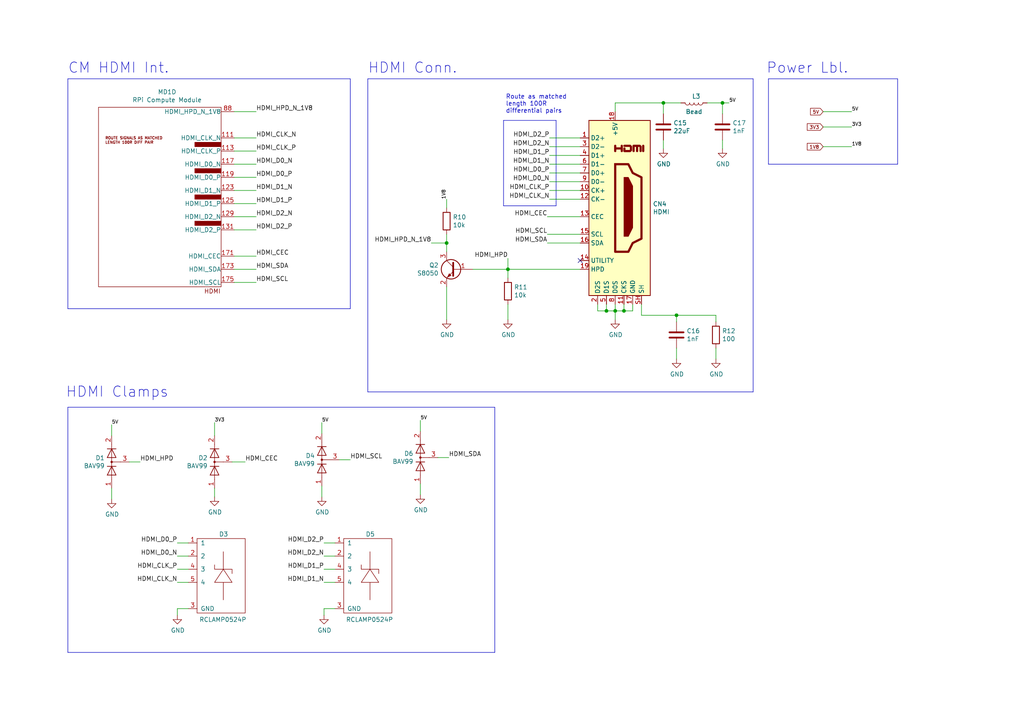
<source format=kicad_sch>
(kicad_sch (version 20230121) (generator eeschema)
  (paper "A4")
  (title_block (title "Jupiter Model A") (date "2020-05-23") (rev "0.1") (company "Francesco Ficili"))
  (lib_symbols
    (symbol "Connector:HDMI_A"
      (property "Reference" "J" (at -6.35 26.67 0))
      (property "Value" "HDMI_A" (at 10.16 26.67 0))
      (symbol "HDMI_A_0_0"
        (polyline (pts (xy 8.128 16.51) (xy 8.128 18.034)) (stroke (width 0.635)))
        (polyline (pts (xy 0 16.51) (xy 0 18.034) (xy 0 17.272) (xy 1.905 17.272) (xy 1.905 18.034) (xy 1.905 16.51)) (stroke (width 0.635)))
        (polyline (pts (xy 2.667 18.034) (xy 4.318 18.034) (xy 4.572 17.78) (xy 4.572 16.764) (xy 4.318 16.51) (xy 2.667 16.51) (xy 2.667 17.272)) (stroke (width 0.635)))
      )
      (symbol "HDMI_A_0_1"
        (rectangle (start -7.62 25.4) (end 10.16 -25.4) (stroke (width 0.254)) (fill (type background)))
        (polyline (pts (xy 2.54 8.89) (xy 3.81 8.89) (xy 5.08 6.35) (xy 5.08 -5.715) (xy 3.81 -8.255) (xy 2.54 -8.255) (xy 2.54 8.89)) (fill (type outline)))
        (polyline (pts (xy 5.334 16.51) (xy 5.334 18.034) (xy 6.35 18.034) (xy 6.35 16.51) (xy 6.35 18.034) (xy 7.112 18.034) (xy 7.366 17.78) (xy 7.366 16.51)) (stroke (width 0.635)))
        (polyline (pts (xy 0 12.7) (xy 0 -12.7) (xy 3.81 -12.7) (xy 5.08 -10.16) (xy 7.62 -8.89) (xy 7.62 8.89) (xy 5.08 10.16) (xy 3.81 12.7) (xy 0 12.7)) (stroke (width 0.635)))
      )
      (symbol "HDMI_A_1_1"
        (pin passive line (at -10.16 20.32 0) (length 2.54) (name "D2+") (number "1"))
        (pin passive line (at -10.16 5.08 0) (length 2.54) (name "CK+") (number "10"))
        (pin power_in line (at 2.54 -27.94 90) (length 2.54) (name "CKS") (number "11"))
        (pin passive line (at -10.16 2.54 0) (length 2.54) (name "CK-") (number "12"))
        (pin bidirectional line (at -10.16 -2.54 0) (length 2.54) (name "CEC") (number "13"))
        (pin passive line (at -10.16 -15.24 0) (length 2.54) (name "UTILITY") (number "14"))
        (pin passive line (at -10.16 -7.62 0) (length 2.54) (name "SCL") (number "15"))
        (pin bidirectional line (at -10.16 -10.16 0) (length 2.54) (name "SDA") (number "16"))
        (pin power_in line (at 5.08 -27.94 90) (length 2.54) (name "GND") (number "17"))
        (pin power_in line (at 0 27.94 270) (length 2.54) (name "+5V") (number "18"))
        (pin passive line (at -10.16 -17.78 0) (length 2.54) (name "HPD") (number "19"))
        (pin power_in line (at -5.08 -27.94 90) (length 2.54) (name "D2S") (number "2"))
        (pin passive line (at -10.16 17.78 0) (length 2.54) (name "D2-") (number "3"))
        (pin passive line (at -10.16 15.24 0) (length 2.54) (name "D1+") (number "4"))
        (pin power_in line (at -2.54 -27.94 90) (length 2.54) (name "D1S") (number "5"))
        (pin passive line (at -10.16 12.7 0) (length 2.54) (name "D1-") (number "6"))
        (pin passive line (at -10.16 10.16 0) (length 2.54) (name "D0+") (number "7"))
        (pin power_in line (at 0 -27.94 90) (length 2.54) (name "D0S") (number "8"))
        (pin passive line (at -10.16 7.62 0) (length 2.54) (name "D0-") (number "9"))
        (pin passive line (at 7.62 -27.94 90) (length 2.54) (name "SH") (number "SH"))
      )
    )
    (symbol "Device:C" (pin_numbers hide) (pin_names (offset 0.254))
      (property "Reference" "C" (at 0.635 2.54 0))
      (property "Value" "C" (at 0.635 -2.54 0))
      (symbol "C_0_1"
        (polyline (pts (xy -2.032 -0.762) (xy 2.032 -0.762)) (stroke (width 0.508)))
        (polyline (pts (xy -2.032 0.762) (xy 2.032 0.762)) (stroke (width 0.508)))
      )
      (symbol "C_1_1"
        (pin passive line (at 0 3.81 270) (length 2.794) (name "~") (number "1"))
        (pin passive line (at 0 -3.81 90) (length 2.794) (name "~") (number "2"))
      )
    )
    (symbol "Device:L" (pin_numbers hide) (pin_names (offset 1.016) hide)
      (property "Reference" "L" (at -1.27 0 90))
      (property "Value" "L" (at 1.905 0 90))
      (symbol "L_0_1"
        (arc (start 0 -2.54) (mid 0.6323 -1.905) (end 0 -1.27))
        (arc (start 0 -1.27) (mid 0.6323 -0.635) (end 0 0))
        (arc (start 0 0) (mid 0.6323 0.635) (end 0 1.27))
        (arc (start 0 1.27) (mid 0.6323 1.905) (end 0 2.54))
      )
      (symbol "L_1_1"
        (pin passive line (at 0 3.81 270) (length 1.27) (name "1") (number "1"))
        (pin passive line (at 0 -3.81 90) (length 1.27) (name "2") (number "2"))
      )
    )
    (symbol "Device:Q_NPN_BEC" (pin_names (offset 0) hide)
      (property "Reference" "Q" (at 5.08 1.27 0))
      (property "Value" "Q_NPN_BEC" (at 5.08 -1.27 0))
      (symbol "Q_NPN_BEC_0_1"
        (polyline (pts (xy 0.635 0.635) (xy 2.54 2.54)))
        (polyline (pts (xy 0.635 -0.635) (xy 2.54 -2.54) (xy 2.54 -2.54)))
        (polyline (pts (xy 0.635 1.905) (xy 0.635 -1.905) (xy 0.635 -1.905)) (stroke (width 0.508)))
        (polyline (pts (xy 1.27 -1.778) (xy 1.778 -1.27) (xy 2.286 -2.286) (xy 1.27 -1.778) (xy 1.27 -1.778)) (fill (type outline)))
        (circle (center 1.27 0) (radius 2.8194) (stroke (width 0.254)))
      )
      (symbol "Q_NPN_BEC_1_1"
        (pin input line (at -5.08 0 0) (length 5.715) (name "B") (number "1"))
        (pin passive line (at 2.54 -5.08 90) (length 2.54) (name "E") (number "2"))
        (pin passive line (at 2.54 5.08 270) (length 2.54) (name "C") (number "3"))
      )
    )
    (symbol "Device:R" (pin_numbers hide) (pin_names (offset 0))
      (property "Reference" "R" (at 2.032 0 90))
      (property "Value" "R" (at 0 0 90))
      (symbol "R_0_1"
        (rectangle (start -1.016 -2.54) (end 1.016 2.54) (stroke (width 0.254)))
      )
      (symbol "R_1_1"
        (pin passive line (at 0 3.81 270) (length 1.27) (name "~") (number "1"))
        (pin passive line (at 0 -3.81 90) (length 1.27) (name "~") (number "2"))
      )
    )
    (symbol "Diode:BAV99" (pin_names hide)
      (property "Reference" "D" (at 0 5.08 0))
      (property "Value" "BAV99" (at 0 2.54 0))
      (symbol "BAV99_0_1"
        (polyline (pts (xy -5.08 0) (xy 5.08 0)))
      )
      (symbol "BAV99_1_1"
        (polyline (pts (xy 0 0) (xy 0 -2.54)))
        (polyline (pts (xy -1.27 -1.27) (xy -1.27 1.27) (xy -1.27 1.27)) (stroke (width 0.2032)))
        (polyline (pts (xy 3.81 1.27) (xy 3.81 -1.27) (xy 3.81 -1.27)) (stroke (width 0.2032)))
        (polyline (pts (xy -3.81 1.27) (xy -1.27 0) (xy -3.81 -1.27) (xy -3.81 1.27) (xy -3.81 1.27) (xy -3.81 1.27)) (stroke (width 0.2032)))
        (polyline (pts (xy 1.27 1.27) (xy 3.81 0) (xy 1.27 -1.27) (xy 1.27 1.27) (xy 1.27 1.27) (xy 1.27 1.27)) (stroke (width 0.2032)))
        (circle (center 0 0) (radius 0.254) (fill (type outline)))
        (pin passive line (at -7.62 0 0) (length 2.54) (name "K") (number "1"))
        (pin passive line (at 7.62 0 180) (length 2.54) (name "A") (number "2"))
        (pin passive line (at 0 -5.08 90) (length 2.54) (name "K") (number "3"))
      )
    )
    (symbol "Jupiter-rescue:Board_RPi_CM3lite_200pConnector_multipart-RPi_CM" (pin_names (offset 0.0254))
      (property "Reference" "MD" (at -15.24 -86.36 0))
      (property "Value" "RPi_CM_Board_RPi_CM3lite_200pConnector_multipart" (at 0 87.63 0))
      (symbol "Board_RPi_CM3lite_200pConnector_multipart-RPi_CM_1_0"
        (text "PWR" (at 15.24 -86.36 0) (effects (font (size 1.27 1.27))))
      )
      (symbol "Board_RPi_CM3lite_200pConnector_multipart-RPi_CM_1_1"
        (rectangle (start -17.78 85.09) (end 17.78 -85.09))
        (pin input line (at -21.59 -26.67 0) (length 3.81) (name "GND") (number "1"))
        (pin input line (at 21.59 19.05 180) (length 3.81) (name "GND") (number "103"))
        (pin input line (at 21.59 15.24 180) (length 3.81) (name "GND") (number "104"))
        (pin input line (at 21.59 11.43 180) (length 3.81) (name "GND") (number "109"))
        (pin input line (at 21.59 7.62 180) (length 3.81) (name "GND") (number "110"))
        (pin input line (at 21.59 3.81 180) (length 3.81) (name "GND") (number "115"))
        (pin input line (at 21.59 0 180) (length 3.81) (name "GND") (number "116"))
        (pin input line (at 21.59 -3.81 180) (length 3.81) (name "GND") (number "121"))
        (pin input line (at 21.59 -7.62 180) (length 3.81) (name "GND") (number "122"))
        (pin input line (at 21.59 -11.43 180) (length 3.81) (name "GND") (number "127"))
        (pin input line (at -21.59 -38.1 0) (length 3.81) (name "GND") (number "13"))
        (pin input line (at 21.59 -19.05 180) (length 3.81) (name "GND") (number "133"))
        (pin input line (at 21.59 -15.24 180) (length 3.81) (name "GND") (number "134"))
        (pin input line (at 21.59 -26.67 180) (length 3.81) (name "GND") (number "139"))
        (pin input line (at -21.59 -41.91 0) (length 3.81) (name "GND") (number "14"))
        (pin input line (at 21.59 -22.86 180) (length 3.81) (name "GND") (number "140"))
        (pin input line (at 21.59 -34.29 180) (length 3.81) (name "GND") (number "145"))
        (pin input line (at 21.59 -30.48 180) (length 3.81) (name "GND") (number "146"))
        (pin input line (at 21.59 -41.91 180) (length 3.81) (name "GND") (number "151"))
        (pin input line (at 21.59 -38.1 180) (length 3.81) (name "GND") (number "152"))
        (pin input line (at 21.59 -49.53 180) (length 3.81) (name "GND") (number "157"))
        (pin input line (at 21.59 -57.15 180) (length 3.81) (name "GND") (number "163"))
        (pin input line (at 21.59 -45.72 180) (length 3.81) (name "GND") (number "164"))
        (pin input line (at 21.59 -60.96 180) (length 3.81) (name "GND") (number "169"))
        (pin input line (at 21.59 -53.34 180) (length 3.81) (name "GND") (number "170"))
        (pin input line (at -21.59 83.82 0) (length 3.81) (name "RUN") (number "177"))
        (pin no_connect line (at -21.59 80.01 0) (length 3.81) hide (name "VDD_CORE") (number "179"))
        (pin input line (at 21.59 -64.77 180) (length 3.81) (name "GND") (number "181"))
        (pin input line (at 21.59 -68.58 180) (length 3.81) (name "GND") (number "182"))
        (pin input line (at -21.59 64.77 0) (length 3.81) (name "1V8") (number "183"))
        (pin input line (at -21.59 60.96 0) (length 3.81) (name "1V8") (number "184"))
        (pin input line (at -21.59 57.15 0) (length 3.81) (name "1V8") (number "185"))
        (pin input line (at -21.59 53.34 0) (length 3.81) (name "1V8") (number "186"))
        (pin input line (at 21.59 -72.39 180) (length 3.81) (name "GND") (number "187"))
        (pin input line (at 21.59 -76.2 180) (length 3.81) (name "GND") (number "188"))
        (pin input line (at -21.59 7.62 0) (length 3.81) (name "VDAC") (number "189"))
        (pin input line (at -21.59 -45.72 0) (length 3.81) (name "GND") (number "19"))
        (pin input line (at -21.59 3.81 0) (length 3.81) (name "VDAC") (number "190"))
        (pin input line (at -21.59 45.72 0) (length 3.81) (name "3V3") (number "191"))
        (pin input line (at -21.59 41.91 0) (length 3.81) (name "3V3") (number "192"))
        (pin input line (at -21.59 38.1 0) (length 3.81) (name "3V3") (number "193"))
        (pin input line (at -21.59 34.29 0) (length 3.81) (name "3V3") (number "194"))
        (pin input line (at 21.59 -80.01 180) (length 3.81) (name "GND") (number "195"))
        (pin input line (at 21.59 -83.82 180) (length 3.81) (name "GND") (number "196"))
        (pin input line (at -21.59 26.67 0) (length 3.81) (name "VBAT") (number "197"))
        (pin input line (at -21.59 22.86 0) (length 3.81) (name "VBAT") (number "198"))
        (pin input line (at -21.59 19.05 0) (length 3.81) (name "VBAT") (number "199"))
        (pin input line (at -21.59 76.2 0) (length 3.81) (name "EMMC_DISABLE_N") (number "2"))
        (pin input line (at -21.59 -49.53 0) (length 3.81) (name "GND") (number "20"))
        (pin input line (at -21.59 15.24 0) (length 3.81) (name "VBAT") (number "200"))
        (pin input line (at -21.59 -53.34 0) (length 3.81) (name "GND") (number "25"))
        (pin input line (at -21.59 -57.15 0) (length 3.81) (name "GND") (number "26"))
        (pin input line (at -21.59 -60.96 0) (length 3.81) (name "GND") (number "31"))
        (pin input line (at -21.59 -64.77 0) (length 3.81) (name "GND") (number "32"))
        (pin input line (at -21.59 -68.58 0) (length 3.81) (name "GND") (number "37"))
        (pin input line (at -21.59 -72.39 0) (length 3.81) (name "GND") (number "38"))
        (pin input line (at -21.59 -3.81 0) (length 3.81) (name "GPIO0-27_VDD") (number "39"))
        (pin input line (at -21.59 -7.62 0) (length 3.81) (name "GPIO0-27_VDD") (number "40"))
        (pin input line (at -21.59 -11.43 0) (length 3.81) (name "GPIO28-45_VDD") (number "41"))
        (pin input line (at -21.59 -15.24 0) (length 3.81) (name "GPIO28-45_VDD") (number "42"))
        (pin input line (at -21.59 -76.2 0) (length 3.81) (name "GND") (number "43"))
        (pin input line (at -21.59 -80.01 0) (length 3.81) (name "GND") (number "44"))
        (pin input line (at -21.59 -83.82 0) (length 3.81) (name "GND") (number "49"))
        (pin input line (at 21.59 83.82 180) (length 3.81) (name "GND") (number "50"))
        (pin input line (at 21.59 80.01 180) (length 3.81) (name "GND") (number "55"))
        (pin input line (at 21.59 76.2 180) (length 3.81) (name "GND") (number "56"))
        (pin input line (at 21.59 72.39 180) (length 3.81) (name "GND") (number "61"))
        (pin input line (at 21.59 68.58 180) (length 3.81) (name "GND") (number "62"))
        (pin input line (at 21.59 64.77 180) (length 3.81) (name "GND") (number "67"))
        (pin input line (at 21.59 60.96 180) (length 3.81) (name "GND") (number "68"))
        (pin input line (at -21.59 -30.48 0) (length 3.81) (name "GND") (number "7"))
        (pin input line (at 21.59 57.15 180) (length 3.81) (name "GND") (number "73"))
        (pin input line (at 21.59 53.34 180) (length 3.81) (name "GND") (number "74"))
        (pin input line (at 21.59 49.53 180) (length 3.81) (name "GND") (number "79"))
        (pin input line (at -21.59 -34.29 0) (length 3.81) (name "GND") (number "8"))
        (pin input line (at 21.59 45.72 180) (length 3.81) (name "GND") (number "80"))
        (pin input line (at 21.59 41.91 180) (length 3.81) (name "GND") (number "85"))
        (pin input line (at 21.59 38.1 180) (length 3.81) (name "GND") (number "86"))
        (pin input line (at -21.59 72.39 0) (length 3.81) (name "EMMC_EN_N_1V8") (number "90"))
        (pin input line (at 21.59 34.29 180) (length 3.81) (name "GND") (number "91"))
        (pin input line (at 21.59 30.48 180) (length 3.81) (name "GND") (number "92"))
        (pin input line (at 21.59 26.67 180) (length 3.81) (name "GND") (number "97"))
        (pin input line (at 21.59 22.86 180) (length 3.81) (name "GND") (number "98"))
      )
      (symbol "Board_RPi_CM3lite_200pConnector_multipart-RPi_CM_2_0"
        (rectangle (start 10.16 2.54) (end 17.78 1.27) (fill (type outline)))
        (text "LENGTH 90R DIFF PAIR" (at -15.875 1.27 0) (effects (font (size 0.762 0.762)) (justify left)))
        (text "ROUTE SIGNALS AS MATCHED" (at -15.875 2.54 0) (effects (font (size 0.762 0.762)) (justify left)))
        (text "USB" (at 15.24 -6.35 0) (effects (font (size 1.27 1.27))))
      )
      (symbol "Board_RPi_CM3lite_200pConnector_multipart-RPi_CM_2_1"
        (rectangle (start -17.78 5.08) (end 17.78 -5.08))
        (pin input line (at 21.59 3.81 180) (length 3.81) (name "USB_DP") (number "165"))
        (pin input line (at 21.59 0 180) (length 3.81) (name "USB_DM") (number "167"))
        (pin input line (at 21.59 -3.81 180) (length 3.81) (name "USB_OTGID") (number "168"))
      )
      (symbol "Board_RPi_CM3lite_200pConnector_multipart-RPi_CM_3_0"
        (rectangle (start -17.78 31.75) (end 17.78 -31.75))
        (rectangle (start 10.16 -27.94) (end 17.78 -29.21) (fill (type outline)))
        (rectangle (start 10.16 -20.32) (end 17.78 -21.59) (fill (type outline)))
        (rectangle (start 10.16 -12.7) (end 17.78 -13.97) (fill (type outline)))
        (rectangle (start 10.16 -5.08) (end 17.78 -6.35) (fill (type outline)))
        (rectangle (start 10.16 2.54) (end 17.78 1.27) (fill (type outline)))
        (rectangle (start 10.16 13.97) (end 17.78 12.7) (fill (type outline)))
        (rectangle (start 10.16 21.59) (end 17.78 20.32) (fill (type outline)))
        (rectangle (start 10.16 29.21) (end 17.78 27.94) (fill (type outline)))
        (text "CAM" (at 15.24 -33.02 0) (effects (font (size 1.27 1.27))))
        (text "LENGTH 100R DIFF PAIR" (at -15.875 27.94 0) (effects (font (size 0.762 0.762)) (justify left)))
        (text "ROUTE SIGNALS AS MATCHED" (at -15.875 29.21 0) (effects (font (size 0.762 0.762)) (justify left)))
      )
      (symbol "Board_RPi_CM3lite_200pConnector_multipart-RPi_CM_3_1"
        (pin input line (at 21.59 -26.67 180) (length 3.81) (name "CAM1_DP3") (number "135"))
        (pin input line (at 21.59 22.86 180) (length 3.81) (name "CAM0_DP0") (number "136"))
        (pin input line (at 21.59 -30.48 180) (length 3.81) (name "CAM1_DN3") (number "137"))
        (pin input line (at 21.59 19.05 180) (length 3.81) (name "CAM0_DN0") (number "138"))
        (pin input line (at 21.59 -19.05 180) (length 3.81) (name "CAM1_DP2") (number "141"))
        (pin input line (at 21.59 30.48 180) (length 3.81) (name "CAM0_CP") (number "142"))
        (pin input line (at 21.59 -22.86 180) (length 3.81) (name "CAM1_DN2") (number "143"))
        (pin input line (at 21.59 26.67 180) (length 3.81) (name "CAM0_CN") (number "144"))
        (pin input line (at 21.59 3.81 180) (length 3.81) (name "CAM1_CP") (number "147"))
        (pin input line (at 21.59 15.24 180) (length 3.81) (name "CAM0_DP1") (number "148"))
        (pin input line (at 21.59 0 180) (length 3.81) (name "CAM1_CN") (number "149"))
        (pin input line (at 21.59 11.43 180) (length 3.81) (name "CAM0_DN1") (number "150"))
        (pin input line (at 21.59 -11.43 180) (length 3.81) (name "CAM1_DP1") (number "153"))
        (pin input line (at 21.59 -15.24 180) (length 3.81) (name "CAM1_DN1") (number "155"))
        (pin input line (at 21.59 -3.81 180) (length 3.81) (name "CAM1_DP0") (number "159"))
        (pin input line (at 21.59 -7.62 180) (length 3.81) (name "CAM1_DN0") (number "161"))
      )
      (symbol "Board_RPi_CM3lite_200pConnector_multipart-RPi_CM_4_0"
        (rectangle (start -17.78 27.94) (end 17.78 -24.13))
        (rectangle (start 10.16 -5.08) (end 17.78 -6.35) (fill (type outline)))
        (rectangle (start 10.16 2.54) (end 17.78 1.27) (fill (type outline)))
        (rectangle (start 10.16 10.16) (end 17.78 8.89) (fill (type outline)))
        (rectangle (start 10.16 17.78) (end 17.78 16.51) (fill (type outline)))
        (text "HDMI" (at 15.24 -25.4 0) (effects (font (size 1.27 1.27))))
        (text "LENGTH 100R DIFF PAIR" (at -15.875 17.78 0) (effects (font (size 0.762 0.762)) (justify left)))
        (text "ROUTE SIGNALS AS MATCHED" (at -15.875 19.05 0) (effects (font (size 0.762 0.762)) (justify left)))
      )
      (symbol "Board_RPi_CM3lite_200pConnector_multipart-RPi_CM_4_1"
        (pin input line (at 21.59 19.05 180) (length 3.81) (name "HDMI_CLK_N") (number "111"))
        (pin input line (at 21.59 15.24 180) (length 3.81) (name "HDMI_CLK_P") (number "113"))
        (pin input line (at 21.59 11.43 180) (length 3.81) (name "HDMI_D0_N") (number "117"))
        (pin input line (at 21.59 7.62 180) (length 3.81) (name "HDMI_D0_P") (number "119"))
        (pin input line (at 21.59 3.81 180) (length 3.81) (name "HDMI_D1_N") (number "123"))
        (pin input line (at 21.59 0 180) (length 3.81) (name "HDMI_D1_P") (number "125"))
        (pin input line (at 21.59 -3.81 180) (length 3.81) (name "HDMI_D2_N") (number "129"))
        (pin input line (at 21.59 -7.62 180) (length 3.81) (name "HDMI_D2_P") (number "131"))
        (pin input line (at 21.59 -15.24 180) (length 3.81) (name "HDMI_CEC") (number "171"))
        (pin input line (at 21.59 -19.05 180) (length 3.81) (name "HDMI_SDA") (number "173"))
        (pin input line (at 21.59 -22.86 180) (length 3.81) (name "HDMI_SCL") (number "175"))
        (pin input line (at 21.59 26.67 180) (length 3.81) (name "HDMI_HPD_N_1V8") (number "88"))
      )
      (symbol "Board_RPi_CM3lite_200pConnector_multipart-RPi_CM_5_0"
        (rectangle (start -17.78 2.54) (end -10.16 1.27) (fill (type outline)))
        (rectangle (start -17.78 10.16) (end -10.16 8.89) (fill (type outline)))
        (rectangle (start -17.78 17.78) (end -10.16 16.51) (fill (type outline)))
        (rectangle (start -17.78 20.32) (end 17.78 -17.78))
        (rectangle (start 10.16 -12.7) (end 17.78 -13.97) (fill (type outline)))
        (rectangle (start 10.16 -5.08) (end 17.78 -6.35) (fill (type outline)))
        (rectangle (start 10.16 2.54) (end 17.78 1.27) (fill (type outline)))
        (rectangle (start 10.16 10.16) (end 17.78 8.89) (fill (type outline)))
        (rectangle (start 10.16 17.78) (end 17.78 16.51) (fill (type outline)))
        (text "DSI" (at 15.24 -19.05 0) (effects (font (size 1.27 1.27))))
        (text "LENGTH 100R DIFF PAIR" (at -15.875 -15.24 0) (effects (font (size 0.762 0.762)) (justify left)))
        (text "ROUTE SIGNALS AS MATCHED" (at -15.875 -13.97 0) (effects (font (size 0.762 0.762)) (justify left)))
      )
      (symbol "Board_RPi_CM3lite_200pConnector_multipart-RPi_CM_5_1"
        (pin input line (at 21.59 19.05 180) (length 3.81) (name "DSI1_CP") (number "100"))
        (pin input line (at -21.59 0 0) (length 3.81) (name "DSI0_DP0") (number "101"))
        (pin input line (at 21.59 15.24 180) (length 3.81) (name "DSI1_CN") (number "102"))
        (pin input line (at -21.59 19.05 0) (length 3.81) (name "DSI0_CN") (number "105"))
        (pin input line (at 21.59 -11.43 180) (length 3.81) (name "DSI1_DP3") (number "106"))
        (pin input line (at -21.59 15.24 0) (length 3.81) (name "DSI0_CP") (number "107"))
        (pin input line (at 21.59 -15.24 180) (length 3.81) (name "DSI1_DN3") (number "108"))
        (pin input line (at 21.59 -3.81 180) (length 3.81) (name "DSI1_DP2") (number "112"))
        (pin input line (at 21.59 -7.62 180) (length 3.81) (name "DSI1_DN2") (number "114"))
        (pin input line (at 21.59 3.81 180) (length 3.81) (name "DSI1_DP1") (number "118"))
        (pin input line (at 21.59 0 180) (length 3.81) (name "DSI1_DN1") (number "120"))
        (pin input line (at -21.59 11.43 0) (length 3.81) (name "DSI0_DN1") (number "93"))
        (pin input line (at 21.59 11.43 180) (length 3.81) (name "DSI1_DP0") (number "94"))
        (pin input line (at -21.59 7.62 0) (length 3.81) (name "DSI0_DP1") (number "95"))
        (pin input line (at 21.59 7.62 180) (length 3.81) (name "DSI1_DN0") (number "96"))
        (pin input line (at -21.59 3.81 0) (length 3.81) (name "DSI0_DN0") (number "99"))
      )
      (symbol "Board_RPi_CM3lite_200pConnector_multipart-RPi_CM_6_0"
        (rectangle (start -17.78 43.18) (end 17.78 -43.18))
        (text "DOWNS TO AVOID FLOATING" (at 1.905 -40.005 0) (effects (font (size 0.762 0.762))))
        (text "DOWNS TO AVOID FLOATING" (at 1.905 20.955 0) (effects (font (size 0.762 0.762))))
        (text "GPIO" (at 15.24 -44.45 0) (effects (font (size 1.27 1.27))))
        (text "GPIO 28, 29 NEED 100k PULL" (at 1.905 22.225 0) (effects (font (size 0.762 0.762))))
        (text "GPIO 44, 45 NEED 100k PULL" (at 1.905 -38.735 0) (effects (font (size 0.762 0.762))))
      )
      (symbol "Board_RPi_CM3lite_200pConnector_multipart-RPi_CM_6_1"
        (pin input line (at -21.59 30.48 0) (length 3.81) (name "GPIO3") (number "11"))
        (pin input line (at -21.59 26.67 0) (length 3.81) (name "GPIO4") (number "15"))
        (pin input line (at -21.59 22.86 0) (length 3.81) (name "GPIO5") (number "17"))
        (pin input line (at -21.59 19.05 0) (length 3.81) (name "GPIO6") (number "21"))
        (pin input line (at -21.59 15.24 0) (length 3.81) (name "GPIO7") (number "23"))
        (pin input line (at -21.59 11.43 0) (length 3.81) (name "GPIO8") (number "27"))
        (pin input line (at 21.59 22.86 180) (length 3.81) (name "GPIO28") (number "28"))
        (pin input line (at -21.59 7.62 0) (length 3.81) (name "GPIO9") (number "29"))
        (pin input line (at -21.59 41.91 0) (length 3.81) (name "GPIO0") (number "3"))
        (pin input line (at 21.59 19.05 180) (length 3.81) (name "GPIO29") (number "30"))
        (pin input line (at -21.59 3.81 0) (length 3.81) (name "GPIO10") (number "33"))
        (pin input line (at 21.59 15.24 180) (length 3.81) (name "GPIO30") (number "34"))
        (pin input line (at -21.59 0 0) (length 3.81) (name "GPIO11") (number "35"))
        (pin input line (at 21.59 11.43 180) (length 3.81) (name "GPIO31") (number "36"))
        (pin input line (at -21.59 -3.81 0) (length 3.81) (name "GPIO12") (number "45"))
        (pin input line (at 21.59 7.62 180) (length 3.81) (name "GPIO32") (number "46"))
        (pin input line (at -21.59 -7.62 0) (length 3.81) (name "GPIO13") (number "47"))
        (pin input line (at 21.59 3.81 180) (length 3.81) (name "GPIO33") (number "48"))
        (pin input line (at -21.59 38.1 0) (length 3.81) (name "GPIO1") (number "5"))
        (pin input line (at -21.59 -11.43 0) (length 3.81) (name "GPIO14") (number "51"))
        (pin input line (at 21.59 0 180) (length 3.81) (name "GPIO34") (number "52"))
        (pin input line (at -21.59 -15.24 0) (length 3.81) (name "GPIO15") (number "53"))
        (pin input line (at 21.59 -3.81 180) (length 3.81) (name "GPIO35") (number "54"))
        (pin input line (at -21.59 -19.05 0) (length 3.81) (name "GPIO16") (number "57"))
        (pin input line (at 21.59 -7.62 180) (length 3.81) (name "GPIO36") (number "58"))
        (pin input line (at -21.59 -22.86 0) (length 3.81) (name "GPIO17") (number "59"))
        (pin input line (at 21.59 -11.43 180) (length 3.81) (name "GPIO37") (number "60"))
        (pin input line (at -21.59 -26.67 0) (length 3.81) (name "GPIO18") (number "63"))
        (pin input line (at 21.59 -15.24 180) (length 3.81) (name "GPIO38") (number "64"))
        (pin input line (at -21.59 -30.48 0) (length 3.81) (name "GPIO19") (number "65"))
        (pin input line (at 21.59 -19.05 180) (length 3.81) (name "GPIO39") (number "66"))
        (pin input line (at -21.59 -34.29 0) (length 3.81) (name "GPIO20") (number "69"))
        (pin input line (at 21.59 -22.86 180) (length 3.81) (name "GPIO40") (number "70"))
        (pin input line (at -21.59 -38.1 0) (length 3.81) (name "GPIO21") (number "71"))
        (pin input line (at 21.59 -26.67 180) (length 3.81) (name "GPIO41") (number "72"))
        (pin input line (at -21.59 -41.91 0) (length 3.81) (name "GPIO22") (number "75"))
        (pin input line (at 21.59 -30.48 180) (length 3.81) (name "GPIO42") (number "76"))
        (pin input line (at 21.59 41.91 180) (length 3.81) (name "GPIO23") (number "77"))
        (pin input line (at 21.59 -34.29 180) (length 3.81) (name "GPIO43") (number "78"))
        (pin input line (at 21.59 38.1 180) (length 3.81) (name "GPIO24") (number "81"))
        (pin input line (at 21.59 -38.1 180) (length 3.81) (name "GPIO44") (number "82"))
        (pin input line (at 21.59 34.29 180) (length 3.81) (name "GPIO25") (number "83"))
        (pin input line (at 21.59 -41.91 180) (length 3.81) (name "GPIO45") (number "84"))
        (pin input line (at 21.59 30.48 180) (length 3.81) (name "GPIO26") (number "87"))
        (pin input line (at 21.59 26.67 180) (length 3.81) (name "GPIO27") (number "89"))
        (pin input line (at -21.59 34.29 0) (length 3.81) (name "GPIO2") (number "9"))
      )
      (symbol "Board_RPi_CM3lite_200pConnector_multipart-RPi_CM_7_0"
        (rectangle (start -17.78 27.94) (end 17.78 -24.13))
        (text "MISC" (at 15.24 -25.4 0) (effects (font (size 1.27 1.27))))
      )
      (symbol "Board_RPi_CM3lite_200pConnector_multipart-RPi_CM_7_1"
        (pin no_connect line (at 21.59 -3.81 180) (length 3.81) (name "SDX_CLK") (number "10"))
        (pin no_connect line (at 21.59 -7.62 180) (length 3.81) (name "SDX_CMD") (number "12"))
        (pin no_connect line (at -21.59 11.43 0) (length 3.81) hide (name "NC") (number "124"))
        (pin no_connect line (at -21.59 7.62 0) (length 3.81) hide (name "NC") (number "126"))
        (pin no_connect line (at -21.59 3.81 0) (length 3.81) hide (name "NC") (number "128"))
        (pin no_connect line (at -21.59 0 0) (length 3.81) hide (name "NC") (number "130"))
        (pin no_connect line (at -21.59 -3.81 0) (length 3.81) hide (name "NC") (number "132"))
        (pin no_connect line (at -21.59 -7.62 0) (length 3.81) hide (name "NC") (number "154"))
        (pin no_connect line (at -21.59 -11.43 0) (length 3.81) hide (name "NC") (number "156"))
        (pin no_connect line (at -21.59 -15.24 0) (length 3.81) hide (name "NC") (number "158"))
        (pin no_connect line (at 21.59 -11.43 180) (length 3.81) (name "SDX_D0") (number "16"))
        (pin no_connect line (at -21.59 -19.05 0) (length 3.81) hide (name "NC") (number "160"))
        (pin no_connect line (at -21.59 -22.86 0) (length 3.81) hide (name "NC") (number "162"))
        (pin input line (at -21.59 26.67 0) (length 3.81) (name "TVDAC") (number "166"))
        (pin input line (at 21.59 26.67 180) (length 3.81) (name "VC_TRST_N") (number "172"))
        (pin input line (at 21.59 22.86 180) (length 3.81) (name "VC_TDI") (number "174"))
        (pin input line (at 21.59 19.05 180) (length 3.81) (name "VC_TMS") (number "176"))
        (pin input line (at 21.59 15.24 180) (length 3.81) (name "VC_TDO") (number "178"))
        (pin no_connect line (at 21.59 -15.24 180) (length 3.81) (name "SDX_D1") (number "18"))
        (pin input line (at 21.59 11.43 180) (length 3.81) (name "VC_TCK") (number "180"))
        (pin no_connect line (at 21.59 -19.05 180) (length 3.81) (name "SDX_D2") (number "22"))
        (pin no_connect line (at 21.59 -22.86 180) (length 3.81) (name "SDX_D3") (number "24"))
        (pin no_connect line (at 21.59 3.81 180) (length 3.81) (name "SDX_VDD") (number "4"))
        (pin no_connect line (at 21.59 0 180) (length 3.81) (name "SDX_VDD") (number "6"))
      )
    )
    (symbol "Jupiter-rescue:RCLAMP0524P-FF_Diodes" (pin_names (offset 1.016))
      (property "Reference" "D" (at 0 -13.97 0))
      (property "Value" "FF_Diodes_RCLAMP0524P" (at 0 10.16 0))
      (symbol "RCLAMP0524P-FF_Diodes_0_1"
        (rectangle (start -7.62 8.89) (end 6.35 -12.7))
        (polyline (pts (xy 0 0) (xy 0 5.08)))
        (polyline (pts (xy 0 0) (xy -2.54 0) (xy -2.54 1.27)))
        (polyline (pts (xy 0 0) (xy 2.54 0) (xy 2.54 -1.27)))
        (polyline (pts (xy 0 -8.89) (xy 0 -3.81) (xy -2.54 -3.81) (xy 0 0) (xy 2.54 -3.81) (xy 0 -3.81)))
      )
      (symbol "RCLAMP0524P-FF_Diodes_1_1"
        (pin output line (at -10.16 7.62 0) (length 2.54) (name "1") (number "1"))
        (pin output line (at -10.16 3.81 0) (length 2.54) (name "2") (number "2"))
        (pin output line (at -10.16 -11.43 0) (length 2.54) (name "GND") (number "3"))
        (pin output line (at -10.16 0 0) (length 2.54) (name "3") (number "4"))
        (pin output line (at -10.16 -3.81 0) (length 2.54) (name "4") (number "5"))
      )
    )
    (symbol "power:GND" (power) (pin_names (offset 0))
      (property "Value" "GND" (at 0 -3.81 0))
      (symbol "GND_0_1"
        (polyline (pts (xy 0 0) (xy 0 -1.27) (xy 1.27 -1.27) (xy 0 -2.54) (xy -1.27 -1.27) (xy 0 -1.27)))
      )
      (symbol "GND_1_1"
        (pin power_in line (at 0 0 270) (length 0) hide (name "GND") (number "1"))
      )
    )
  )
  (junction (at 129.54 70.485))
  (junction (at 209.55 29.845))
  (junction (at 178.435 90.17))
  (junction (at 192.405 29.845))
  (junction (at 196.215 91.44))
  (junction (at 180.975 90.17))
  (junction (at 175.895 90.17))
  (junction (at 147.32 78.105))
  (no_connect (at 168.275 75.565))
  (wire (pts (xy 209.55 29.845) (xy 209.55 33.02)))
  (wire (pts (xy 209.55 29.845) (xy 211.455 29.845)))
  (wire (pts (xy 67.945 43.815) (xy 74.295 43.815)))
  (polyline (pts (xy 101.6 89.535) (xy 101.6 22.86)))
  (wire (pts (xy 147.32 78.105) (xy 168.275 78.105)))
  (wire (pts (xy 168.275 45.085) (xy 159.385 45.085)))
  (wire (pts (xy 175.895 90.17) (xy 178.435 90.17)))
  (wire (pts (xy 54.61 161.29) (xy 51.435 161.29)))
  (wire (pts (xy 67.945 74.295) (xy 74.295 74.295)))
  (wire (pts (xy 67.945 55.245) (xy 74.295 55.245)))
  (wire (pts (xy 67.945 66.675) (xy 74.295 66.675)))
  (polyline (pts (xy 146.05 34.925) (xy 146.05 59.69)))
  (wire (pts (xy 32.385 126.365) (xy 32.385 123.19)))
  (wire (pts (xy 97.155 161.29) (xy 93.98 161.29)))
  (wire (pts (xy 196.215 91.44) (xy 207.645 91.44)))
  (wire (pts (xy 168.275 40.005) (xy 159.385 40.005)))
  (wire (pts (xy 168.275 50.165) (xy 159.385 50.165)))
  (polyline (pts (xy 19.685 189.23) (xy 19.685 118.11)))
  (wire (pts (xy 168.275 57.785) (xy 159.385 57.785)))
  (wire (pts (xy 51.435 176.53) (xy 54.61 176.53)))
  (wire (pts (xy 192.405 33.02) (xy 192.405 29.845)))
  (wire (pts (xy 67.945 81.915) (xy 74.295 81.915)))
  (wire (pts (xy 97.155 165.1) (xy 93.98 165.1)))
  (polyline (pts (xy 101.6 22.86) (xy 19.685 22.86)))
  (wire (pts (xy 62.23 141.605) (xy 62.23 144.145)))
  (wire (pts (xy 67.945 32.385) (xy 74.295 32.385)))
  (polyline (pts (xy 146.05 59.69) (xy 161.29 59.69)))
  (wire (pts (xy 205.105 29.845) (xy 209.55 29.845)))
  (wire (pts (xy 173.355 90.17) (xy 175.895 90.17)))
  (wire (pts (xy 67.945 59.055) (xy 74.295 59.055)))
  (polyline (pts (xy 161.29 59.69) (xy 161.29 34.925)))
  (wire (pts (xy 54.61 157.48) (xy 51.435 157.48)))
  (wire (pts (xy 121.92 125.095) (xy 121.92 121.92)))
  (polyline (pts (xy 218.44 113.665) (xy 218.44 22.86)))
  (polyline (pts (xy 106.68 22.86) (xy 106.68 113.665)))
  (wire (pts (xy 125.095 70.485) (xy 129.54 70.485)))
  (wire (pts (xy 178.435 90.17) (xy 178.435 92.71)))
  (wire (pts (xy 238.76 42.545) (xy 247.015 42.545)))
  (wire (pts (xy 168.275 67.945) (xy 158.75 67.945)))
  (wire (pts (xy 98.425 133.35) (xy 101.6 133.35)))
  (wire (pts (xy 175.895 90.17) (xy 175.895 88.265)))
  (polyline (pts (xy 218.44 22.86) (xy 106.68 22.86)))
  (wire (pts (xy 127 132.715) (xy 130.175 132.715)))
  (wire (pts (xy 238.76 36.83) (xy 247.015 36.83)))
  (wire (pts (xy 129.54 83.185) (xy 129.54 92.71)))
  (polyline (pts (xy 19.685 22.86) (xy 19.685 89.535)))
  (wire (pts (xy 97.155 168.91) (xy 93.98 168.91)))
  (wire (pts (xy 173.355 88.265) (xy 173.355 90.17)))
  (wire (pts (xy 180.975 90.17) (xy 180.975 88.265)))
  (wire (pts (xy 67.945 78.105) (xy 74.295 78.105)))
  (wire (pts (xy 178.435 90.17) (xy 180.975 90.17)))
  (wire (pts (xy 183.515 88.265) (xy 183.515 90.17)))
  (wire (pts (xy 67.945 47.625) (xy 74.295 47.625)))
  (wire (pts (xy 168.275 70.485) (xy 158.75 70.485)))
  (wire (pts (xy 93.345 125.73) (xy 93.345 122.555)))
  (wire (pts (xy 207.645 91.44) (xy 207.645 93.345)))
  (wire (pts (xy 168.275 47.625) (xy 159.385 47.625)))
  (wire (pts (xy 67.945 40.005) (xy 74.295 40.005)))
  (wire (pts (xy 93.98 176.53) (xy 93.98 178.435)))
  (wire (pts (xy 62.23 122.555) (xy 62.23 126.365)))
  (wire (pts (xy 186.055 91.44) (xy 196.215 91.44)))
  (polyline (pts (xy 222.885 47.625) (xy 260.35 47.625)))
  (wire (pts (xy 67.945 62.865) (xy 74.295 62.865)))
  (wire (pts (xy 192.405 40.64) (xy 192.405 43.18)))
  (wire (pts (xy 37.465 133.985) (xy 40.64 133.985)))
  (polyline (pts (xy 161.29 34.925) (xy 146.05 34.925)))
  (wire (pts (xy 137.16 78.105) (xy 147.32 78.105)))
  (polyline (pts (xy 19.685 189.23) (xy 143.51 189.23)))
  (wire (pts (xy 178.435 32.385) (xy 178.435 29.845)))
  (wire (pts (xy 67.31 133.985) (xy 71.12 133.985)))
  (wire (pts (xy 168.275 52.705) (xy 159.385 52.705)))
  (polyline (pts (xy 106.68 113.665) (xy 218.44 113.665)))
  (wire (pts (xy 129.54 67.945) (xy 129.54 70.485)))
  (wire (pts (xy 207.645 104.14) (xy 207.645 100.965)))
  (wire (pts (xy 121.92 140.335) (xy 121.92 143.51)))
  (wire (pts (xy 54.61 168.91) (xy 51.435 168.91)))
  (polyline (pts (xy 19.685 118.11) (xy 143.51 118.11)))
  (polyline (pts (xy 19.685 89.535) (xy 101.6 89.535)))
  (wire (pts (xy 129.54 70.485) (xy 129.54 73.025)))
  (polyline (pts (xy 143.51 118.11) (xy 143.51 189.23)))
  (wire (pts (xy 183.515 90.17) (xy 180.975 90.17)))
  (wire (pts (xy 67.945 51.435) (xy 74.295 51.435)))
  (wire (pts (xy 168.275 42.545) (xy 159.385 42.545)))
  (wire (pts (xy 178.435 90.17) (xy 178.435 88.265)))
  (wire (pts (xy 54.61 165.1) (xy 51.435 165.1)))
  (wire (pts (xy 51.435 178.435) (xy 51.435 176.53)))
  (wire (pts (xy 93.345 140.97) (xy 93.345 144.145)))
  (wire (pts (xy 192.405 29.845) (xy 197.485 29.845)))
  (polyline (pts (xy 260.35 22.86) (xy 222.885 22.86)))
  (wire (pts (xy 147.32 78.105) (xy 147.32 80.645)))
  (wire (pts (xy 168.275 55.245) (xy 159.385 55.245)))
  (wire (pts (xy 209.55 40.64) (xy 209.55 43.18)))
  (wire (pts (xy 168.275 62.865) (xy 158.75 62.865)))
  (wire (pts (xy 196.215 100.965) (xy 196.215 104.14)))
  (wire (pts (xy 97.155 176.53) (xy 93.98 176.53)))
  (wire (pts (xy 32.385 141.605) (xy 32.385 144.78)))
  (wire (pts (xy 97.155 157.48) (xy 93.98 157.48)))
  (wire (pts (xy 238.76 32.385) (xy 247.015 32.385)))
  (wire (pts (xy 178.435 29.845) (xy 192.405 29.845)))
  (wire (pts (xy 147.32 78.105) (xy 147.32 74.93)))
  (polyline (pts (xy 222.885 22.86) (xy 222.885 47.625)))
  (wire (pts (xy 196.215 91.44) (xy 196.215 93.345)))
  (polyline (pts (xy 260.35 47.625) (xy 260.35 22.86)))
  (wire (pts (xy 129.54 60.325) (xy 129.54 57.785)))
  (wire (pts (xy 186.055 88.265) (xy 186.055 91.44)))
  (wire (pts (xy 147.32 88.265) (xy 147.32 92.71)))
  (text "Power Lbl." (at 222.25 21.59 0) (effects (font (size 2.9972 2.9972)) (justify left bottom)))
  (text "Route as matched\nlength 100R \ndifferential pairs" (at 146.685 33.02 0) (effects (font (size 1.27 1.27)) (justify left bottom)))
  (text "HDMI Conn." (at 106.68 21.59 0) (effects (font (size 2.9972 2.9972)) (justify left bottom)))
  (text "CM HDMI Int." (at 19.685 21.59 0) (effects (font (size 2.9972 2.9972)) (justify left bottom)))
  (text "HDMI Clamps" (at 19.05 115.57 0) (effects (font (size 2.9972 2.9972)) (justify left bottom)))
  (label "HDMI_D0_N" (at 74.295 47.625 0))
  (label "HDMI_D0_N" (at 159.385 52.705 180))
  (label "HDMI_CEC" (at 71.12 133.985 0))
  (label "HDMI_HPD_N_1V8" (at 74.295 32.385 0))
  (label "HDMI_SDA" (at 130.175 132.715 0))
  (label "1V8" (at 129.54 57.785 90) (effects (font (size 0.9906 0.9906))))
  (label "HDMI_D1_N" (at 74.295 55.245 0))
  (label "HDMI_HPD" (at 40.64 133.985 0))
  (label "HDMI_D2_P" (at 93.98 157.48 180))
  (label "HDMI_D1_N" (at 159.385 47.625 180))
  (label "HDMI_CLK_P" (at 51.435 165.1 180))
  (label "5V" (at 211.455 29.845 0) (effects (font (size 0.9906 0.9906))))
  (label "HDMI_D0_N" (at 51.435 161.29 180))
  (label "HDMI_CLK_N" (at 159.385 57.785 180))
  (label "HDMI_SCL" (at 74.295 81.915 0))
  (label "HDMI_D0_P" (at 159.385 50.165 180))
  (label "HDMI_D1_N" (at 93.98 168.91 180))
  (label "HDMI_D2_N" (at 159.385 42.545 180))
  (label "HDMI_D2_N" (at 93.98 161.29 180))
  (label "HDMI_D2_N" (at 74.295 62.865 0))
  (label "HDMI_CLK_P" (at 74.295 43.815 0))
  (label "HDMI_D1_P" (at 74.295 59.055 0))
  (label "3V3" (at 247.015 36.83 0) (effects (font (size 0.9906 0.9906))))
  (label "HDMI_D0_P" (at 74.295 51.435 0))
  (label "HDMI_SCL" (at 101.6 133.35 0))
  (label "HDMI_HPD" (at 147.32 74.93 180))
  (label "HDMI_CLK_P" (at 159.385 55.245 180))
  (label "HDMI_D0_P" (at 51.435 157.48 180))
  (label "HDMI_CLK_N" (at 51.435 168.91 180))
  (label "HDMI_D1_P" (at 159.385 45.085 180))
  (label "1V8" (at 247.015 42.545 0) (effects (font (size 0.9906 0.9906))))
  (label "5V" (at 121.92 121.92 0) (effects (font (size 0.9906 0.9906))))
  (label "HDMI_D2_P" (at 159.385 40.005 180))
  (label "HDMI_D2_P" (at 74.295 66.675 0))
  (label "HDMI_SDA" (at 158.75 70.485 180))
  (label "5V" (at 32.385 123.19 0) (effects (font (size 0.9906 0.9906))))
  (label "5V" (at 247.015 32.385 0) (effects (font (size 0.9906 0.9906))))
  (label "HDMI_SDA" (at 74.295 78.105 0))
  (label "3V3" (at 62.23 122.555 0) (effects (font (size 0.9906 0.9906))))
  (label "HDMI_HPD_N_1V8" (at 125.095 70.485 180))
  (label "HDMI_CEC" (at 74.295 74.295 0))
  (label "HDMI_CEC" (at 158.75 62.865 180))
  (label "HDMI_CLK_N" (at 74.295 40.005 0))
  (label "HDMI_D1_P" (at 93.98 165.1 180))
  (label "5V" (at 93.345 122.555 0) (effects (font (size 0.9906 0.9906))))
  (label "HDMI_SCL" (at 158.75 67.945 180))
  (global_label "3V3" (shape input) (at 238.76 36.83 180) (effects (font (size 0.9906 0.9906))) (property "Intersheetrefs" "${INTERSHEET_REFS}" (effects hide)))
  (global_label "1V8" (shape input) (at 238.76 42.545 180) (effects (font (size 0.9906 0.9906))) (property "Intersheetrefs" "${INTERSHEET_REFS}" (effects hide)))
  (global_label "5V" (shape input) (at 238.76 32.385 180) (effects (font (size 0.9906 0.9906))) (property "Intersheetrefs" "${INTERSHEET_REFS}" (effects hide)))
  (symbol (lib_id "Jupiter-rescue:Board_RPi_CM3lite_200pConnector_multipart-RPi_CM") (at 46.355 59.055 0) (unit 4)
    (property "Reference" "MD1" (at 48.4632 26.67 0))
    (property "Value" "RPi Compute Module" (at 48.4632 28.9814 0))
    (property "Footprint" "RPi_CM:Conn_TE-DDR2-SODIMM-0.6-200P-doublesided" (effects hide))
    (property "Datasheet" "_" (effects hide))
    (property "Manf#" "TE-DDR2-SODIMM-0.6-200P-doublesided" (effects hide))
    (property "Manf" "SODIMM 200" (effects hide))
    (property "Optn" "_" (effects hide))
  )
  (symbol (lib_id "Device:C") (at 209.55 36.83 0) (unit 1)
    (property "Reference" "C17" (at 212.471 35.6616 0) (effects (justify left)))
    (property "Value" "1nF" (at 212.471 37.973 0) (effects (justify left)))
    (property "Footprint" "Capacitor_SMD:C_0805_2012Metric" (effects hide))
    (property "Manf" "0805_C" (effects hide))
  )
  (symbol (lib_id "Device:L") (at 201.295 29.845 270) (unit 1)
    (property "Reference" "L3" (at 201.93 27.94 90))
    (property "Value" "Bead" (at 201.295 32.385 90))
    (property "Footprint" "Inductor_SMD:L_0805_2012Metric" (effects hide))
    (property "Manf" "0805_L" (effects hide))
  )
  (symbol (lib_id "power:GND") (at 192.405 43.18 0) (unit 1)
    (property "Reference" "#PWR034" (effects hide))
    (property "Value" "GND" (at 192.532 47.5742 0))
  )
  (symbol (lib_id "power:GND") (at 209.55 43.18 0) (unit 1)
    (property "Reference" "#PWR037" (effects hide))
    (property "Value" "GND" (at 209.677 47.5742 0))
  )
  (symbol (lib_id "power:GND") (at 178.435 92.71 0) (unit 1)
    (property "Reference" "#PWR033" (effects hide))
    (property "Value" "GND" (at 178.562 97.1042 0))
  )
  (symbol (lib_id "Device:C") (at 192.405 36.83 0) (unit 1)
    (property "Reference" "C15" (at 195.326 35.6616 0) (effects (justify left)))
    (property "Value" "22uF" (at 195.326 37.973 0) (effects (justify left)))
    (property "Footprint" "Capacitor_SMD:C_0805_2012Metric" (effects hide))
    (property "Manf" "0805_C" (effects hide))
  )
  (symbol (lib_id "Connector:HDMI_A") (at 178.435 60.325 0) (unit 1)
    (property "Reference" "CN4" (at 189.357 59.1566 0) (effects (justify left)))
    (property "Value" "HDMI" (at 189.357 61.468 0) (effects (justify left)))
    (property "Footprint" "FF_Connectors:HDMI_TypeA" (effects hide))
    (property "Datasheet" "https://en.wikipedia.org/wiki/HDMI" (effects hide))
    (property "Manf" "HDMI Type A Connector" (effects hide))
  )
  (symbol (lib_id "Diode:BAV99") (at 32.385 133.985 90) (unit 1)
    (property "Reference" "D1" (at 30.3784 132.8166 90) (effects (justify left)))
    (property "Value" "BAV99" (at 30.3784 135.128 90) (effects (justify left)))
    (property "Footprint" "Package_TO_SOT_SMD:SOT-23" (effects hide))
    (property "Datasheet" "https://assets.nexperia.com/documents/data-sheet/BAV99_SER.pdf" (effects hide))
    (property "Manf" "SOT-23" (effects hide))
  )
  (symbol (lib_id "Device:C") (at 196.215 97.155 0) (unit 1)
    (property "Reference" "C16" (at 199.136 95.9866 0) (effects (justify left)))
    (property "Value" "1nF" (at 199.136 98.298 0) (effects (justify left)))
    (property "Footprint" "Capacitor_SMD:C_0603_1608Metric" (effects hide))
    (property "Manf" "0603_C" (effects hide))
  )
  (symbol (lib_id "Device:R") (at 207.645 97.155 0) (unit 1)
    (property "Reference" "R12" (at 209.423 95.9866 0) (effects (justify left)))
    (property "Value" "100" (at 209.423 98.298 0) (effects (justify left)))
    (property "Footprint" "Resistor_SMD:R_0603_1608Metric" (effects hide))
    (property "Manf" "0603_R" (effects hide))
  )
  (symbol (lib_id "power:GND") (at 196.215 104.14 0) (unit 1)
    (property "Reference" "#PWR035" (effects hide))
    (property "Value" "GND" (at 196.342 108.5342 0))
  )
  (symbol (lib_id "power:GND") (at 207.645 104.14 0) (unit 1)
    (property "Reference" "#PWR036" (effects hide))
    (property "Value" "GND" (at 207.772 108.5342 0))
  )
  (symbol (lib_id "Device:R") (at 147.32 84.455 0) (unit 1)
    (property "Reference" "R11" (at 149.098 83.2866 0) (effects (justify left)))
    (property "Value" "10k" (at 149.098 85.598 0) (effects (justify left)))
    (property "Footprint" "Resistor_SMD:R_0603_1608Metric" (effects hide))
    (property "Manf" "0603_R" (effects hide))
  )
  (symbol (lib_id "power:GND") (at 129.54 92.71 0) (unit 1)
    (property "Reference" "#PWR031" (effects hide))
    (property "Value" "GND" (at 129.667 97.1042 0))
  )
  (symbol (lib_id "power:GND") (at 147.32 92.71 0) (unit 1)
    (property "Reference" "#PWR032" (effects hide))
    (property "Value" "GND" (at 147.447 97.1042 0))
  )
  (symbol (lib_id "Device:R") (at 129.54 64.135 0) (unit 1)
    (property "Reference" "R10" (at 131.318 62.9666 0) (effects (justify left)))
    (property "Value" "10k" (at 131.318 65.278 0) (effects (justify left)))
    (property "Footprint" "Resistor_SMD:R_0603_1608Metric" (effects hide))
    (property "Manf" "0603_R" (effects hide))
  )
  (symbol (lib_id "power:GND") (at 32.385 144.78 0) (unit 1)
    (property "Reference" "#PWR025" (effects hide))
    (property "Value" "GND" (at 32.512 149.1742 0))
  )
  (symbol (lib_id "Diode:BAV99") (at 62.23 133.985 90) (unit 1)
    (property "Reference" "D2" (at 60.2234 132.8166 90) (effects (justify left)))
    (property "Value" "BAV99" (at 60.2234 135.128 90) (effects (justify left)))
    (property "Footprint" "Package_TO_SOT_SMD:SOT-23" (effects hide))
    (property "Datasheet" "https://assets.nexperia.com/documents/data-sheet/BAV99_SER.pdf" (effects hide))
    (property "Manf" "SOT-23" (effects hide))
  )
  (symbol (lib_id "power:GND") (at 62.23 144.145 0) (unit 1)
    (property "Reference" "#PWR027" (effects hide))
    (property "Value" "GND" (at 62.357 148.5392 0))
  )
  (symbol (lib_id "Diode:BAV99") (at 93.345 133.35 90) (unit 1)
    (property "Reference" "D4" (at 91.3384 132.1816 90) (effects (justify left)))
    (property "Value" "BAV99" (at 91.3384 134.493 90) (effects (justify left)))
    (property "Footprint" "Package_TO_SOT_SMD:SOT-23" (effects hide))
    (property "Datasheet" "https://assets.nexperia.com/documents/data-sheet/BAV99_SER.pdf" (effects hide))
    (property "Manf" "SOT-23" (effects hide))
  )
  (symbol (lib_id "power:GND") (at 93.345 144.145 0) (unit 1)
    (property "Reference" "#PWR028" (effects hide))
    (property "Value" "GND" (at 93.472 148.5392 0))
  )
  (symbol (lib_id "Diode:BAV99") (at 121.92 132.715 90) (unit 1)
    (property "Reference" "D6" (at 119.9134 131.5466 90) (effects (justify left)))
    (property "Value" "BAV99" (at 119.9134 133.858 90) (effects (justify left)))
    (property "Footprint" "Package_TO_SOT_SMD:SOT-23" (effects hide))
    (property "Datasheet" "https://assets.nexperia.com/documents/data-sheet/BAV99_SER.pdf" (effects hide))
    (property "Manf" "SOT-23" (effects hide))
  )
  (symbol (lib_id "power:GND") (at 121.92 143.51 0) (unit 1)
    (property "Reference" "#PWR030" (effects hide))
    (property "Value" "GND" (at 122.047 147.9042 0))
  )
  (symbol (lib_id "Jupiter-rescue:RCLAMP0524P-FF_Diodes") (at 64.77 165.1 0) (unit 1)
    (property "Reference" "D3" (at 63.5 154.94 0) (effects (justify left)))
    (property "Value" "RCLAMP0524P" (at 57.785 179.705 0) (effects (justify left)))
    (property "Footprint" "FF_Diodes:RCLAMP0524P" (effects hide))
    (property "Manf" "SLP2510P8-8" (effects hide))
  )
  (symbol (lib_id "Jupiter-rescue:RCLAMP0524P-FF_Diodes") (at 107.315 165.1 0) (unit 1)
    (property "Reference" "D5" (at 106.045 154.94 0) (effects (justify left)))
    (property "Value" "RCLAMP0524P" (at 100.33 179.705 0) (effects (justify left)))
    (property "Footprint" "FF_Diodes:RCLAMP0524P" (effects hide))
    (property "Manf" "SLP2510P8-8" (effects hide))
  )
  (symbol (lib_id "power:GND") (at 51.435 178.435 0) (unit 1)
    (property "Reference" "#PWR026" (effects hide))
    (property "Value" "GND" (at 51.562 182.8292 0))
  )
  (symbol (lib_id "power:GND") (at 93.98 178.435 0) (unit 1)
    (property "Reference" "#PWR029" (effects hide))
    (property "Value" "GND" (at 94.107 182.8292 0))
  )
  (symbol (lib_id "Device:Q_NPN_BEC") (at 132.08 78.105 0) (mirror y) (unit 1)
    (property "Reference" "Q2" (at 127.2286 76.9366 0) (effects (justify left)))
    (property "Value" "S8050" (at 127.2286 79.248 0) (effects (justify left)))
    (property "Footprint" "Package_TO_SOT_SMD:SOT-23" (effects hide))
  )
)
</source>
